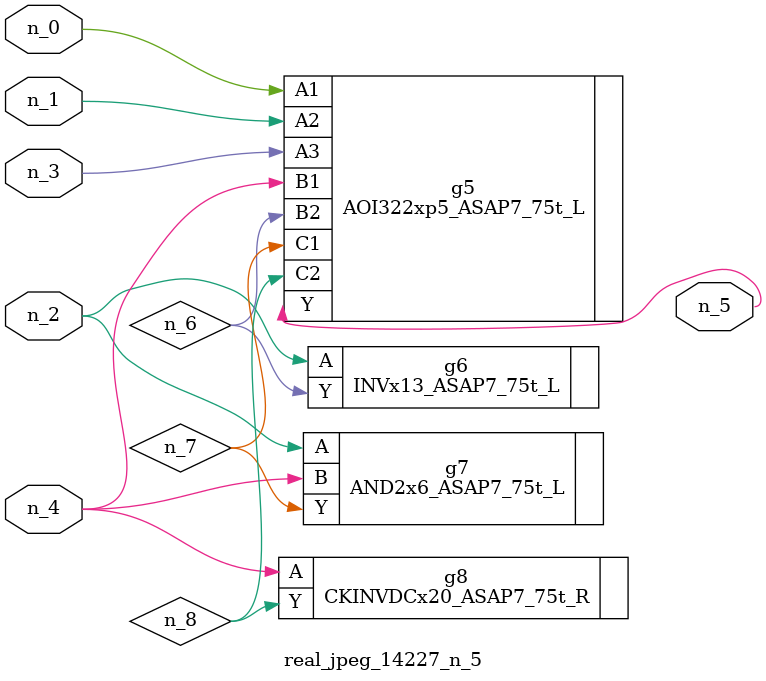
<source format=v>
module real_jpeg_14227_n_5 (n_4, n_0, n_1, n_2, n_3, n_5);

input n_4;
input n_0;
input n_1;
input n_2;
input n_3;

output n_5;

wire n_8;
wire n_6;
wire n_7;

AOI322xp5_ASAP7_75t_L g5 ( 
.A1(n_0),
.A2(n_1),
.A3(n_3),
.B1(n_4),
.B2(n_6),
.C1(n_7),
.C2(n_8),
.Y(n_5)
);

INVx13_ASAP7_75t_L g6 ( 
.A(n_2),
.Y(n_6)
);

AND2x6_ASAP7_75t_L g7 ( 
.A(n_2),
.B(n_4),
.Y(n_7)
);

CKINVDCx20_ASAP7_75t_R g8 ( 
.A(n_4),
.Y(n_8)
);


endmodule
</source>
